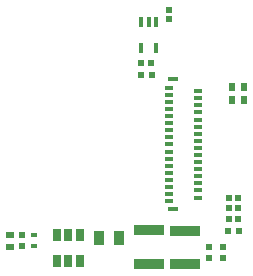
<source format=gtp>
G04*
G04 #@! TF.GenerationSoftware,Altium Limited,Altium Designer,23.5.1 (21)*
G04*
G04 Layer_Color=8421504*
%FSLAX44Y44*%
%MOMM*%
G71*
G04*
G04 #@! TF.SameCoordinates,8A31CEE1-4E44-459D-8F00-06555A1585A0*
G04*
G04*
G04 #@! TF.FilePolarity,Positive*
G04*
G01*
G75*
%ADD14R,0.8500X1.3000*%
%ADD15R,0.6200X0.6200*%
%ADD16R,0.6200X0.6200*%
%ADD17R,0.6500X0.3000*%
%ADD18R,0.9500X0.4000*%
%ADD19R,0.3500X0.8500*%
%ADD20R,0.6500X1.0600*%
%ADD21R,0.5500X0.4500*%
%ADD22R,0.6500X0.5500*%
%ADD23R,0.5200X0.5200*%
%ADD24R,2.6000X0.9500*%
%ADD25R,0.5500X0.6500*%
%ADD26R,0.5200X0.5200*%
D14*
X139700Y36830D02*
D03*
X122700D02*
D03*
D15*
X227330Y20320D02*
D03*
Y29320D02*
D03*
X215900Y20320D02*
D03*
Y29320D02*
D03*
X57150Y39350D02*
D03*
Y30350D02*
D03*
D16*
X240770Y43180D02*
D03*
X231770D02*
D03*
X157948Y174752D02*
D03*
X166948D02*
D03*
D17*
X181610Y164059D02*
D03*
X206110Y161134D02*
D03*
X181610Y158059D02*
D03*
Y152059D02*
D03*
Y146059D02*
D03*
Y140059D02*
D03*
Y134059D02*
D03*
Y128059D02*
D03*
Y122059D02*
D03*
Y116059D02*
D03*
Y110059D02*
D03*
Y104059D02*
D03*
Y98059D02*
D03*
Y92059D02*
D03*
Y86059D02*
D03*
Y80059D02*
D03*
Y74059D02*
D03*
Y68059D02*
D03*
X206110Y155134D02*
D03*
Y149134D02*
D03*
Y143134D02*
D03*
Y137134D02*
D03*
Y131134D02*
D03*
Y125134D02*
D03*
Y119134D02*
D03*
Y113134D02*
D03*
Y107134D02*
D03*
Y101134D02*
D03*
Y95134D02*
D03*
Y89134D02*
D03*
Y83134D02*
D03*
Y77134D02*
D03*
Y71134D02*
D03*
D18*
X185110Y61059D02*
D03*
Y171059D02*
D03*
D19*
X164592Y220042D02*
D03*
X171092D02*
D03*
Y198042D02*
D03*
X158092Y220042D02*
D03*
Y198042D02*
D03*
D20*
X106020Y17780D02*
D03*
X96520D02*
D03*
X87020D02*
D03*
Y39780D02*
D03*
X96520D02*
D03*
X106020D02*
D03*
D21*
X67310Y39350D02*
D03*
Y30350D02*
D03*
D22*
X46990Y39370D02*
D03*
Y29370D02*
D03*
D23*
X232270Y53340D02*
D03*
X240270D02*
D03*
Y62230D02*
D03*
X232270D02*
D03*
X240270Y71120D02*
D03*
X232270D02*
D03*
X158306Y184912D02*
D03*
X166306D02*
D03*
D24*
X165100Y43210D02*
D03*
Y15210D02*
D03*
X195580Y14993D02*
D03*
Y42993D02*
D03*
D25*
X235030Y153670D02*
D03*
X245030D02*
D03*
X235030Y165100D02*
D03*
X245030D02*
D03*
D26*
X181864Y229996D02*
D03*
Y221996D02*
D03*
M02*

</source>
